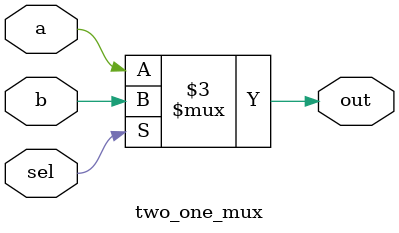
<source format=v>
`timescale 1ns / 1ps



module two_one_mux(
input a,b,
input sel,
output reg out
    );

always@(*)begin
    if(sel) out=b;
    else out=a;
end    
endmodule

</source>
